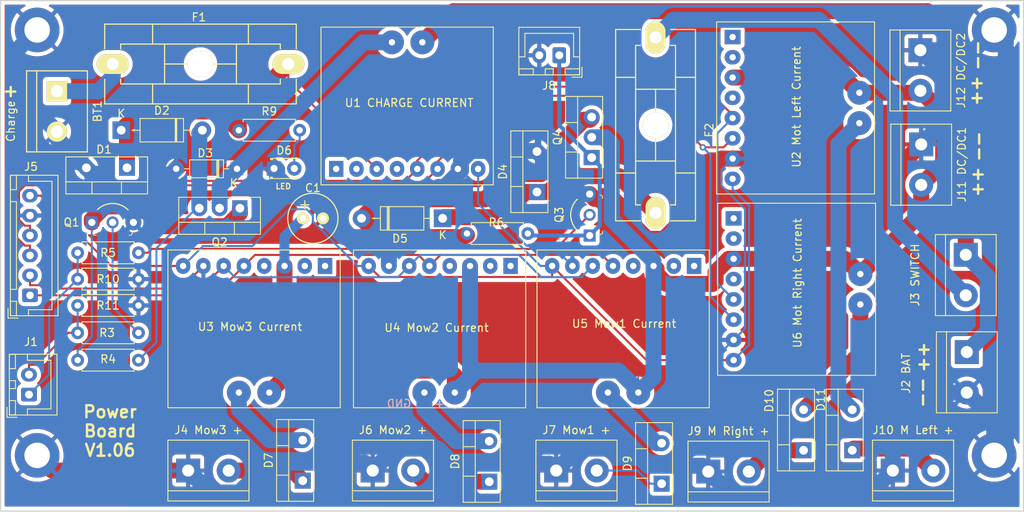
<source format=kicad_pcb>
(kicad_pcb (version 20210424) (generator pcbnew)
  (layers (0 "F.Cu" signal) (31 "B.Cu" signal) (34 "B.Paste" user) (35 "F.Paste" user) (36 "B.SilkS" user "B.Silkscreen") (37 "F.SilkS" user "F.Silkscreen") (38 "B.Mask" user) (39 "F.Mask" user) (44 "Edge.Cuts" user))
  (net 0 "")
  (net 1 "GND")
  (net 2 "Net-(BT1-Pad1)")
  (net 3 "Net-(D2-Pad2)")
  (net 4 "Net-(D3-Pad1)")
  (net 5 "Net-(D4-Pad1)")
  (net 6 "Net-(D5-Pad2)")
  (net 7 "Net-(F2-Pad1)")
  (net 8 "pinChargeEnable")
  (net 9 "pinBatterySwitch")
  (net 10 "Net-(J2-Pad1)")
  (net 11 "Net-(Q1-Pad1)")
  (net 12 "Net-(Q1-Pad2)")
  (net 13 "Net-(Q3-Pad2)")
  (net 14 "+3V3")
  (net 15 "Net-(D6-Pad2)")
  (net 16 "Net-(J8-Pad1)")
  (net 17 "Net-(D8-Pad2)")
  (net 18 "V_Bat")
  (net 19 "V_Charge")
  (net 20 "Net-(D11-Pad2)")
  (net 21 "Net-(D11-Pad1)")
  (net 22 "Net-(D7-Pad2)")
  (net 23 "SDA0")
  (net 24 "SCL0")
  (net 25 "SDA1")
  (net 26 "SCL1")
  (net 27 "Net-(D9-Pad2)")
  (net 28 "Net-(D10-Pad2)")
  (net 29 "Net-(D7-Pad1)")
  (net 30 "Net-(D8-Pad1)")
  (net 31 "Net-(D9-Pad1)")
  (net 32 "Net-(D10-Pad1)")
  (footprint "Zimprich:Anschlussklemme_2P_RM5,08" (layer "F.Cu") (at 91.769 75.107 -90)
    (fp_text reference "BT1")
    (fp_text value "Charge")
  )
  (footprint "Zimprich:Elko_vert_11.2x6.3mm_RM2.5" (layer "F.Cu") (at 122.555 88.519)
    (fp_text reference "C1")
    (fp_text value "100uF")
  )
  (footprint "Package_TO_SOT_THT:TO-220-2_Vertical" (layer "F.Cu") (at 100.539 82.187 180)
    (fp_text reference "D1")
    (fp_text value "MBR1045")
  )
  (footprint "Diode_THT:D_DO-41_SOD81_P10.16mm_Horizontal" (layer "F.Cu") (at 99.822 77.47)
    (fp_text reference "D2")
    (fp_text value "SB1240")
  )
  (footprint "Diode_THT:D_DO-35_SOD27_P7.62mm_Horizontal" (layer "F.Cu") (at 114.319 82.307 180)
    (fp_text reference "D3")
    (fp_text value "1N4148")
  )
  (footprint "Package_TO_SOT_THT:TO-220-2_Vertical" (layer "F.Cu") (at 151.892 85.217 90)
    (fp_text reference "D4")
    (fp_text value "MBR1045")
  )
  (footprint "Diode_THT:D_DO-41_SOD81_P10.16mm_Horizontal" (layer "F.Cu") (at 140.081 88.519 180)
    (fp_text reference "D5")
    (fp_text value "SB1240")
  )
  (footprint "Zimprich:Fuseholder_Reichelt_PL112000" (layer "F.Cu") (at 109.749 69.167)
    (fp_text reference "F1")
    (fp_text value "5A" hide)
  )
  (footprint "Zimprich:Fuseholder_Reichelt_PL112000" (layer "F.Cu") (at 166.751 76.835 -90)
    (fp_text reference "F2")
    (fp_text value "10A" hide)
  )
  (footprint "Connector_JST:JST_XH_B2B-XH-A_1x02_P2.50mm_Vertical" (layer "F.Cu") (at 88.265 110.617 90)
    (fp_text reference "J1")
    (fp_text value "Main_PCB2")
  )
  (footprint "digikey-footprints:TO-92-3_Formed_Leads" (layer "F.Cu") (at 96.139 89.027)
    (fp_text reference "Q1")
    (fp_text value "BC547C")
  )
  (footprint "digikey-footprints:TO-92-3_Formed_Leads" (layer "F.Cu") (at 158.496 90.678 90)
    (fp_text reference "Q3")
    (fp_text value "BC547C")
  )
  (footprint "Resistor_THT:R_Axial_DIN0207_L6.3mm_D2.5mm_P7.62mm_Horizontal" (layer "F.Cu") (at 101.981 102.87 180)
    (fp_text reference "R3")
    (fp_text value "4k7")
  )
  (footprint "Resistor_THT:R_Axial_DIN0207_L6.3mm_D2.5mm_P7.62mm_Horizontal" (layer "F.Cu") (at 101.981 106.299 180)
    (fp_text reference "R4")
    (fp_text value "4k7")
  )
  (footprint "Resistor_THT:R_Axial_DIN0207_L6.3mm_D2.5mm_P7.62mm_Horizontal" (layer "F.Cu") (at 94.361 92.837)
    (fp_text reference "R5")
    (fp_text value "4k7")
  )
  (footprint "Resistor_THT:R_Axial_DIN0207_L6.3mm_D2.5mm_P7.62mm_Horizontal" (layer "F.Cu") (at 143.129 90.424)
    (fp_text reference "R6")
    (fp_text value "4k7")
  )
  (footprint "Resistor_THT:R_Axial_DIN0207_L6.3mm_D2.5mm_P7.62mm_Horizontal" (layer "F.Cu") (at 114.554 77.47)
    (fp_text reference "R9")
    (fp_text value "4.7kO")
  )
  (footprint "LED_THT:LED_D1.8mm_W3.3mm_H2.4mm" (layer "F.Cu") (at 118.959 82.267)
    (fp_text reference "D6")
    (fp_text value "LED")
  )
  (footprint "MountingHole:MountingHole_3.2mm_M3_DIN965_Pad_TopBottom" (layer "F.Cu") (at 89.289 64.897)
    (fp_text reference "H1" hide)
    (fp_text value "MountingHole_Pad" hide)
  )
  (footprint "MountingHole:MountingHole_3.2mm_M3_DIN965_Pad_TopBottom" (layer "F.Cu") (at 209.169 64.897)
    (fp_text reference "H2" hide)
    (fp_text value "MountingHole_Pad" hide)
  )
  (footprint "MountingHole:MountingHole_3.2mm_M3_DIN965_Pad_TopBottom" (layer "F.Cu") (at 209.169 118.237)
    (fp_text reference "H3" hide)
    (fp_text value "MountingHole_Pad" hide)
  )
  (footprint "MountingHole:MountingHole_3.2mm_M3_DIN965_Pad_TopBottom" (layer "F.Cu") (at 89.289 118.237)
    (fp_text reference "H4" hide)
    (fp_text value "MountingHole_Pad" hide)
  )
  (footprint "Connector_JST:JST_XH_B2B-XH-A_1x02_P2.50mm_Vertical" (layer "F.Cu") (at 154.686 68.072 180)
    (fp_text reference "J8")
    (fp_text value "Start")
  )
  (footprint "Resistor_THT:R_Axial_DIN0207_L6.3mm_D2.5mm_P7.62mm_Horizontal" (layer "F.Cu") (at 94.361 96.139)
    (fp_text reference "R10")
    (fp_text value "2k2")
  )
  (footprint "Package_TO_SOT_THT:TO-220-3_Vertical" (layer "F.Cu") (at 158.75 80.899 90)
    (fp_text reference "Q4")
    (fp_text value "IRF9540N")
  )
  (footprint "Package_TO_SOT_THT:TO-220-3_Vertical" (layer "F.Cu") (at 114.681 87.249 180)
    (fp_text reference "Q2")
    (fp_text value "IRF9540N")
  )
  (footprint "TerminalBlock:TerminalBlock_bornier-2_P5.08mm" (layer "F.Cu") (at 205.74 105.283 -90)
    (fp_text reference "J2 BAT")
    (fp_text value "Battery")
  )
  (footprint "TerminalBlock:TerminalBlock_bornier-2_P5.08mm" (layer "F.Cu") (at 205.613 93.091 -90)
    (fp_text reference "J3 SWITCH")
    (fp_text value "Power Switch")
  )
  (footprint "Resistor_THT:R_Axial_DIN0207_L6.3mm_D2.5mm_P7.62mm_Horizontal" (layer "F.Cu") (at 94.361 99.441)
    (fp_text reference "R11")
    (fp_text value "2k2")
  )
  (footprint "Package_TO_SOT_THT:TO-220-2_Vertical" (layer "F.Cu") (at 191.389 117.602 90)
    (fp_text reference "D11")
    (fp_text value "MBR1045")
  )
  (footprint "TerminalBlock:TerminalBlock_bornier-2_P5.08mm" (layer "F.Cu") (at 108.204 120.142)
    (fp_text reference "J4 Mow3 +")
    (fp_text value "Mow3")
  )
  (footprint "Connector_JST:JST_XH_B6B-XH-A_1x06_P2.50mm_Vertical" (layer "F.Cu") (at 88.392 98.171 90)
    (fp_text reference "J5")
    (fp_text value "Main_PCB1")
  )
  (footprint "TerminalBlock:TerminalBlock_bornier-2_P5.08mm" (layer "F.Cu") (at 131.318 120.142)
    (fp_text reference "J6 Mow2 +")
    (fp_text value "Mow2")
  )
  (footprint "TerminalBlock:TerminalBlock_bornier-2_P5.08mm" (layer "F.Cu") (at 154.305 120.142)
    (fp_text reference "J7 Mow1 +")
    (fp_text value "Mow1")
  )
  (footprint "TerminalBlock:TerminalBlock_bornier-2_P5.08mm" (layer "F.Cu") (at 173.355 120.269)
    (fp_text reference "J9 M Right +")
    (fp_text value "Mot_Right")
  )
  (footprint "TerminalBlock:TerminalBlock_bornier-2_P5.08mm" (layer "F.Cu") (at 196.469 120.142)
    (fp_text reference "J10 M Left +")
    (fp_text value "Mot_Left")
  )
  (footprint "TerminalBlock:TerminalBlock_bornier-2_P5.08mm" (layer "F.Cu") (at 200.025 79.248 -90)
    (fp_text reference "J11 DC/DC1")
    (fp_text value "DC/DC1")
  )
  (footprint "TerminalBlock:TerminalBlock_bornier-2_P5.08mm" (layer "F.Cu") (at 199.923 67.437 -90)
    (fp_text reference "J12 DC/DC2")
    (fp_text value "DC/DC2")
  )
  (footprint "Current_sense:INA226" (layer "F.Cu") (at 184.023 74.676 -90)
    (fp_text reference "U2 Mot Left Current")
    (fp_text value "INA226")
  )
  (footprint "Current_sense:INA226" (layer "F.Cu") (at 116.459 102.108 180)
    (fp_text reference "U3 Mow3 Current")
    (fp_text value "INA226")
  )
  (footprint "Current_sense:INA226" (layer "F.Cu") (at 139.7 102.108 180)
    (fp_text reference "U4 Mow2 Current")
    (fp_text value "INA226")
  )
  (footprint "Current_sense:INA226" (layer "F.Cu") (at 162.687 102.108 180)
    (fp_text reference "U5 Mow1 Current")
    (fp_text value "INA226")
  )
  (footprint "Current_sense:INA226" (layer "F.Cu") (at 184.15 97.409 -90)
    (fp_text reference "U6 Mot Right Current")
    (fp_text value "INA226")
  )
  (footprint "Package_TO_SOT_THT:TO-220-2_Vertical" (layer "F.Cu") (at 122.555 121.412 90)
    (fp_text reference "D7")
    (fp_text value "MBR1045")
  )
  (footprint "Package_TO_SOT_THT:TO-220-2_Vertical" (layer "F.Cu") (at 145.923 121.539 90)
    (fp_text reference "D8")
    (fp_text value "MBR1045")
  )
  (footprint "Package_TO_SOT_THT:TO-220-2_Vertical" (layer "F.Cu") (at 167.513 121.793 90)
    (fp_text reference "D9")
    (fp_text value "MBR1045")
  )
  (footprint "Package_TO_SOT_THT:TO-220-2_Vertical" (layer "F.Cu") (at 185.293 117.602 90)
    (fp_text reference "D10")
    (fp_text value "MBR1045")
  )
  (footprint "Current_sense:INA226" (layer "F.Cu") (at 135.636 74.7014)
    (fp_text reference "U1 CHARGE CURRENT")
    (fp_text value "INA226")
  )
  (gr_line (start 212.852 125.217) (end 212.852 61.217) (layer "Edge.Cuts") (width 0.15))
  (gr_line (start 84.709 125.217) (end 212.852 125.217) (layer "Edge.Cuts") (width 0.15))
  (gr_line (start 84.709 61.217) (end 84.709 125.217) (layer "Edge.Cuts") (width 0.15))
  (gr_line (start 212.852 61.217) (end 84.709 61.217) (layer "Edge.Cuts") (width 0.15))
  (gr_text "+" (at 139.7 111.76) (layer "B.SilkS") (effects (font (size 1 1)) (justify mirror)))
  (gr_text "GND" (at 134.62 111.76) (layer "B.SilkS") (effects (font (size 1 1)) (justify mirror)))
  (gr_text "--" (at 200.152 110.363 90) (layer "F.SilkS") (effects (font (size 1.5 1.5) (thickness 0.3))))
  (gr_text "--" (at 207.264 68.072 270) (layer "F.SilkS") (effects (font (size 1.5 1.5) (thickness 0.3))))
  (gr_text "++" (at 207.137 72.517 270) (layer "F.SilkS") (effects (font (size 1.5 1.5) (thickness 0.3))))
  (gr_text "--" (at 207.391 79.502 270) (layer "F.SilkS") (effects (font (size 1.5 1.5) (thickness 0.3))))
  (gr_text "++" (at 200.279 105.918 90) (layer "F.SilkS") (effects (font (size 1.5 1.5) (thickness 0.3))))
  (gr_text "Power\nBoard\nV1.06" (at 98.425 115.189) (layer "F.SilkS") (effects (font (size 1.5 1.5) (thickness 0.3))))
  (gr_text "+" (at 85.979 72.517) (layer "F.SilkS") (effects (font (size 1.5 1.5) (thickness 0.3))))
  (gr_text "++" (at 207.264 83.947 270) (layer "F.SilkS") (effects (font (size 1.5 1.5) (thickness 0.3))))
  (segment (start 100.7767 119.6997) (end 101.219 120.142) (width 0.254) (layer "F.Cu") (net 1))
  (segment (start 171.882679 86.995383) (end 171.882679 84.168111) (width 2) (layer "F.Cu") (net 1))
  (segment (start 101.981 99.441) (end 101.981 100.6223) (width 0.254) (layer "F.Cu") (net 1))
  (segment (start 91.194 120.142) (end 89.289 118.237) (width 2) (layer "F.Cu") (net 1))
  (segment (start 167.788062 91.09) (end 171.882679 86.995383) (width 2) (layer "F.Cu") (net 1))
  (segment (start 159.098999 86.073999) (end 160.697937 86.073999) (width 2) (layer "F.Cu") (net 1))
  (segment (start 108.753001 80.252999) (end 116.944999 80.252999) (width 2) (layer "F.Cu") (net 1))
  (segment (start 171.882679 84.168111) (end 175.02479 81.026) (width 2) (layer "F.Cu") (net 1))
  (segment (start 108.204 120.142) (end 101.219 120.142) (width 2) (layer "F.Cu") (net 1))
  (segment (start 108.458 96.139) (end 101.981 96.139) (width 0.254) (layer "F.Cu") (net 1))
  (segment (start 106.699 82.307) (end 108.753001 80.252999) (width 2) (layer "F.Cu") (net 1))
  (segment (start 101.981 100.6223) (end 100.7767 101.8266) (width 0.254) (layer "F.Cu") (net 1))
  (segment (start 165.713938 91.09) (end 167.788062 91.09) (width 2) (layer "F.Cu") (net 1))
  (segment (start 160.697937 86.073999) (end 165.713938 91.09) (width 2) (layer "F.Cu") (net 1))
  (segment (start 110.109 94.488) (end 108.458 96.139) (width 0.254) (layer "F.Cu") (net 1))
  (segment (start 198.247 81.026) (end 200.025 79.248) (width 2) (layer "F.Cu") (net 1))
  (segment (start 158.503 85.478) (end 159.098999 86.073999) (width 2) (layer "F.Cu") (net 1))
  (segment (start 175.02479 81.026) (end 176.403 81.026) (width 2) (layer "F.Cu") (net 1))
  (segment (start 100.7767 101.8266) (end 100.7767 119.6997) (width 0.254) (layer "F.Cu") (net 1))
  (segment (start 116.944999 80.252999) (end 118.959 82.267) (width 2) (layer "F.Cu") (net 1))
  (segment (start 101.219 120.142) (end 91.194 120.142) (width 2) (layer "F.Cu") (net 1))
  (segment (start 158.496 85.478) (end 158.503 85.478) (width 2) (layer "F.Cu") (net 1))
  (segment (start 176.403 81.026) (end 198.247 81.026) (width 2) (layer "F.Cu") (net 1))
  (segment (start 125.206009 87.603167) (end 123.602332 85.99949) (width 2) (layer "B.Cu") (net 1))
  (segment (start 143.4195 80.8879) (end 149.5139 80.8879) (width 0.254) (layer "B.Cu") (net 1))
  (segment (start 181.5963 118.3483) (end 183.39 120.142) (width 0.254) (layer "B.Cu") (net 1))
  (segment (start 151.892 80.137) (end 150.2648 80.137) (width 0.254) (layer "B.Cu") (net 1))
  (segment (start 149.5139 80.8879) (end 149.5139 90.8747) (width 0.254) (layer "B.Cu") (net 1))
  (segment (start 193.587999 123.023001) (end 176.109001 123.023001) (width 2) (layer "B.Cu") (net 1))
  (segment (start 100.7651 89.027) (end 100.7651 93.7418) (width 0.254) (layer "B.Cu") (net 1))
  (segment (start 100.7651 93.7418) (end 101.981 94.9577) (width 0.254) (layer "B.Cu") (net 1))
  (segment (start 175.1409 118.3483) (end 181.5963 118.3483) (width 0.254) (layer "B.Cu") (net 1))
  (segment (start 125.095 88.519) (end 120.1243 83.5483) (width 0.254) (layer "B.Cu") (net 1))
  (segment (start 119.344999 82.387999) (end 119.224 82.267) (width 2) (layer "B.Cu") (net 1))
  (segment (start 86.489001 72.367001) (end 91.769 77.647) (width 2) (layer "B.Cu") (net 1))
  (segment (start 165.830742 119.538999) (end 163.679742 117.387999) (width 2) (layer "B.Cu") (net 1))
  (segment (start 91.769 77.647) (end 91.769 78.497) (width 2) (layer "B.Cu") (net 1))
  (segment (start 90.8563 88.171) (end 95.459 83.5683) (width 0.254) (layer "B.Cu") (net 1))
  (segment (start 141.986 82.3214) (end 143.4195 80.8879) (width 0.254) (layer "B.Cu") (net 1))
  (segment (start 143.63378 80.06739) (end 151.82239 80.06739) (width 2) (layer "B.Cu") (net 1))
  (segment (start 173.355 120.269) (end 173.355 118.3877) (width 0.254) (layer "B.Cu") (net 1))
  (segment (start 209.169 118.237) (end 209.169 113.792) (width 2) (layer "B.Cu") (net 1))
  (segment (start 151.892 80.137) (end 153.2733 80.137) (width 0.254) (layer "B.Cu") (net 1))
  (segment (start 110.958001 122.896001) (end 108.204 120.142) (width 2) (layer "B.Cu") (net 1))
  (segment (start 141.408029 119.284999) (end 153.447999 119.284999) (width 2) (layer "B.Cu") (net 1))
  (segment (start 152.186 68.072) (end 152.186 79.843) (width 0.5) (layer "B.Cu") (net 1))
  (segment (start 176.109001 123.023001) (end 173.355 120.269) (width 2) (layer "B.Cu") (net 1))
  (segment (start 175.1409 118.3483) (end 175.1409 105.1481) (width 0.254) (layer "B.Cu") (net 1))
  (segment (start 210.621011 66.349011) (end 210.621011 116.784989) (width 2) (layer "B.Cu") (net 1))
  (segment (start 177.9535 87.356698) (end 175.02199 84.425188) (width 0.254) (layer "B.Cu") (net 1))
  (segment (start 134.072001 117.387999) (end 139.511029 117.387999) (width 2) (layer "B.Cu") (net 1))
  (segment (start 101.339 87.667) (end 106.699 82.307) (width 2) (layer "B.Cu") (net 1))
  (segment (start 153.2733 80.137) (end 153.2733 80.2553) (width 0.254) (layer "B.Cu") (net 1))
  (segment (start 119.224 82.267) (end 118.959 82.267) (width 2) (layer "B.Cu") (net 1))
  (segment (start 175.02199 82.40701) (end 176.403 81.026) (width 0.254) (layer "B.Cu") (net 1))
  (segment (start 100.7651 89.027) (end 101.339 89.027) (width 0.254) (layer "B.Cu") (net 1))
  (segment (start 209.169 113.792) (end 205.74 110.363) (width 2) (layer "B.Cu") (net 1))
  (segment (start 133.35 90.9574) (end 133.35 94.488) (width 0.254) (layer "B.Cu") (net 1))
  (segment (start 101.339 89.027) (end 101.339 87.667) (width 2) (layer "B.Cu") (net 1))
  (segment (start 149.5139 90.8747) (end 150.6059 91.9667) (width 0.254) (layer "B.Cu") (net 1))
  (segment (start 196.469 114.173) (end 196.469 120.142) (width 2) (layer "B.Cu") (net 1))
  (segment (start 175.02199 84.425188) (end 175.02199 82.40701) (width 0.254) (layer "B.Cu") (net 1))
  (segment (start 200.279 110.363) (end 196.469 114.173) (width 2) (layer "B.Cu") (net 1))
  (segment (start 133.269797 90.873001) (end 127.740443 90.873001) (width 2) (layer "B.Cu") (net 1))
  (segment (start 173.355 120.269) (end 172.624999 119.538999) (width 2) (layer "B.Cu") (net 1))
  (segment (start 119.344999 83.300921) (end 119.344999 82.387999) (width 2) (layer "B.Cu") (net 1))
  (segment (start 123.602332 85.99949) (end 122.043568 85.99949) (width 2) (layer "B.Cu") (net 1))
  (segment (start 152.186 79.843) (end 151.892 80.137) (width 0.5) (layer "B.Cu") (net 1))
  (segment (start 175.1409 105.1481) (end 176.53 103.759) (width 0.254) (layer "B.Cu") (net 1))
  (segment (start 127.740443 90.873001) (end 125.206009 88.338567) (width 2) (layer "B.Cu") (net 1))
  (segment (start 199.923 67.437) (end 206.629 67.437) (width 2) (layer "B.Cu") (net 1))
  (segment (start 153.2733 80.2553) (end 158.496 85.478) (width 0.254) (layer "B.Cu") (net 1))
  (segment (start 86.489001 67.696999) (end 86.489001 72.367001) (width 2) (layer "B.Cu") (net 1))
  (segment (start 205.74 110.363) (end 200.279 110.363) (width 2) (layer "B.Cu") (net 1))
  (segment (start 202.677001 76.595999) (end 200.025 79.248) (width 2) (layer "B.Cu") (net 1))
  (segment (start 101.981 96.139) (end 101.981 99.441) (width 0.254) (layer "B.Cu") (net 1))
  (segment (start 133.35 90.792798) (end 133.269797 90.873001) (width 2) (layer "B.Cu") (net 1))
  (segment (start 100.7651 88.8744) (end 100.7651 89.027) (width 0.254) (layer "B.Cu") (net 1))
  (segment (start 172.624999 119.538999) (end 165.830742 119.538999) (width 2) (layer "B.Cu") (net 1))
  (segment (start 175.1015 118.3877) (end 175.1409 118.3483) (width 0.254) (layer "B.Cu") (net 1))
  (segment (start 151.892 80.137) (end 157.233 85.478) (width 2) (layer "B.Cu") (net 1))
  (segment (start 139.511029 117.387999) (end 141.408029 119.284999) (width 2) (layer "B.Cu") (net 1))
  (segment (start 122.043568 85.99949) (end 119.344999 83.300921) (width 2) (layer "B.Cu") (net 1))
  (segment (start 120.1243 83.5483) (end 118.959 83.5483) (width 0.254) (layer "B.Cu") (net 1))
  (segment (start 151.82239 80.06739) (end 151.892 80.137) (width 2) (layer "B.Cu") (net 1))
  (segment (start 202.677001 70.191001) (end 202.677001 76.595999) (width 2) (layer "B.Cu") (net 1))
  (segment (start 163.679742 117.387999) (end 157.059001 117.387999) (width 2) (layer "B.Cu") (net 1))
  (segment (start 157.059001 117.387999) (end 154.305 120.142) (width 2) (layer "B.Cu") (net 1))
  (segment (start 118.343923 119.157999) (end 114.605921 122.896001) (width 2) (layer "B.Cu") (net 1))
  (segment (start 95.459 82.187) (end 95.459 83.5683) (width 0.254) (layer "B.Cu") (net 1))
  (segment (start 157.233 85.478) (end 158.25889 85.478) (width 2) (layer "B.Cu") (net 1))
  (segment (start 140.33822 84.57541) (end 142.37199 82.54164) (width 2) (layer "B.Cu") (net 1))
  (segment (start 176.53 103.759) (end 177.9535 102.3355) (width 0.254) (layer "B.Cu") (net 1))
  (segment (start 125.206009 88.338567) (end 125.206009 87.603167) (width 2) (layer "B.Cu") (net 1))
  (segment (start 91.769 78.497) (end 95.459 82.187) (width 2) (layer "B.Cu") (net 1))
  (segment (start 118.959 82.267) (end 118.959 83.5483) (width 0.254) (layer "B.Cu") (net 1))
  (segment (start 133.35 90.792798) (end 139.567388 84.57541) (width 2) (layer "B.Cu") (net 1))
  (segment (start 131.318 120.142) (end 130.333999 119.157999) (width 2) (layer "B.Cu") (net 1))
  (segment (start 177.9535 102.3355) (end 177.9535 87.356698) (width 0.254) (layer "B.Cu") (net 1))
  (segment (start 153.8157 91.9667) (end 156.337 94.488) (width 0.254) (layer "B.Cu") (net 1))
  (segment (start 131.318 120.142) (end 134.072001 117.387999) (width 2) (layer "B.Cu") (net 1))
  (segment (start 150.2648 80.137) (end 149.5139 80.8879) (width 0.254) (layer "B.Cu") (net 1))
  (segment (start 101.339 88.067) (end 101.339 89.027) (width 2) (layer "B.Cu") (net 1))
  (segment (start 101.981 96.139) (end 101.981 94.9577) (width 0.254) (layer "B.Cu") (net 1))
  (segment (start 210.621011 116.784989) (end 209.169 118.237) (width 2) (layer "B.Cu") (net 1))
  (segment (start 133.35 94.488) (end 133.35 90.792798) (width 2) (layer "B.Cu") (net 1))
  (segment (start 142.37199 81.32918) (end 143.63378 80.06739) (width 2) (layer "B.Cu") (net 1))
  (segment (start 209.169 64.897) (end 210.621011 66.349011) (width 2) (layer "B.Cu") (net 1))
  (segment (start 199.923 67.437) (end 202.677001 70.191001) (width 2) (layer "B.Cu") (net 1))
  (segment (start 196.469 120.142) (end 193.587999 123.023001) (width 2) (layer "B.Cu") (net 1))
  (segment (start 114.605921 122.896001) (end 110.958001 122.896001) (width 2) (layer "B.Cu") (net 1))
  (segment (start 130.333999 119.157999) (end 118.343923 119.157999) (width 2) (layer "B.Cu") (net 1))
  (segment (start 88.392 88.171) (end 90.8563 88.171) (width 0.254) (layer "B.Cu") (net 1))
  (segment (start 173.355 118.3877) (end 175.1015 118.3877) (width 0.254) (layer "B.Cu") (net 1))
  (segment (start 142.37199 82.54164) (end 142.37199 81.32918) (width 2) (layer "B.Cu") (net 1))
  (segment (start 95.459 83.5683) (end 100.7651 88.8744) (width 0.254) (layer "B.Cu") (net 1))
  (segment (start 150.6059 91.9667) (end 153.8157 91.9667) (width 0.254) (layer "B.Cu") (net 1))
  (segment (start 133.35 90.9574) (end 127.5334 90.9574) (width 0.254) (layer "B.Cu") (net 1))
  (segment (start 139.567388 84.57541) (end 140.33822 84.57541) (width 2) (layer "B.Cu") (net 1))
  (segment (start 89.289 64.897) (end 86.489001 67.696999) (width 2) (layer "B.Cu") (net 1))
  (segment (start 153.447999 119.284999) (end 154.305 120.142) (width 2) (layer "B.Cu") (net 1))
  (segment (start 95.459 82.187) (end 101.339 88.067) (width 2) (layer "B.Cu") (net 1))
  (segment (start 206.629 67.437) (end 209.169 64.897) (width 2) (layer "B.Cu") (net 1))
  (segment (start 127.5334 90.9574) (end 125.095 88.519) (width 0.254) (layer "B.Cu") (net 1))
  (segment (start 141.986 82.3214) (end 133.35 90.9574) (width 0.254) (layer "B.Cu") (net 1))
  (segment (start 183.39 120.142) (end 196.469 120.142) (width 0.254) (layer "B.Cu") (net 1))
  (segment (start 96.9793 72.567) (end 96.9793 72.5657) (width 2) (layer "B.Cu") (net 2))
  (segment (start 98.74826 70.79674) (end 98.74826 69.167) (width 2) (layer "B.Cu") (net 2))
  (segment (start 96.9793 72.5657) (end 98.74826 70.79674) (width 2) (layer "B.Cu") (net 2))
  (segment (start 91.769 72.567) (end 96.9793 72.567) (width 2) (layer "B.Cu") (net 2))
  (segment (start 98.7483 69.167) (end 98.7483 70.798) (width 0.254) (layer "B.Cu") (net 2))
  (segment (start 96.9793 72.567) (end 98.7483 70.798) (width 0.254) (layer "B.Cu") (net 2))
  (segment (start 109.982 77.47) (end 109.601 77.851) (width 2) (layer "B.Cu") (net 3))
  (segment (start 104.2286 92.2601) (end 104.2286 104.0514) (width 0.254) (layer "B.Cu") (net 3))
  (segment (start 109.601 86.8877) (end 104.2286 92.2601) (width 0.254) (layer "B.Cu") (net 3))
  (segment (start 109.982 85.4867) (end 109.601 85.8677) (width 0.254) (layer "B.Cu") (net 3))
  (segment (start 104.2286 104.0514) (end 101.981 106.299) (width 0.254) (layer "B.Cu") (net 3))
  (segment (start 109.982 77.47) (end 109.982 85.4867) (width 0.254) (layer "B.Cu") (net 3))
  (segment (start 109.601 87.249) (end 109.601 86.8877) (width 0.254) (layer "B.Cu") (net 3))
  (segment (start 109.601 86.5583) (end 109.601 86.8877) (width 0.254) (layer "B.Cu") (net 3))
  (segment (start 109.601 77.851) (end 109.601 87.249) (width 2) (layer "B.Cu") (net 3))
  (segment (start 109.601 86.5583) (end 109.601 85.8677) (width 0.254) (layer "B.Cu") (net 3))
  (segment (start 114.319 82.285078) (end 130.157678 66.4464) (width 2) (layer "B.Cu") (net 4))
  (segment (start 130.157678 66.4464) (end 133.731 66.4464) (width 2) (layer "B.Cu") (net 4))
  (segment (start 112.141 84.485) (end 112.141 87.249) (width 2) (layer "B.Cu") (net 4))
  (segment (start 114.319 82.307) (end 114.319 82.285078) (width 2) (layer "B.Cu") (net 4))
  (segment (start 114.319 82.307) (end 112.141 84.485) (width 2) (layer "B.Cu") (net 4))
  (segment (start 140.081 88.519) (end 140.230001 88.369999) (width 2) (layer "F.Cu") (net 5))
  (segment (start 162.13925 83.22399) (end 162.389259 83.473999) (width 2) (layer "F.Cu") (net 5))
  (segment (start 150.495 85.217) (end 151.892 85.217) (width 2) (layer "F.Cu") (net 5))
  (segment (start 157.562359 83.22399) (end 162.13925 83.22399) (width 2) (layer "F.Cu") (net 5))
  (segment (start 155.078573 83.473999) (end 153.335572 85.217) (width 2) (layer "F.Cu") (net 5))
  (segment (start 155.078573 83.473999) (end 157.31235 83.473999) (width 2) (layer "F.Cu") (net 5))
  (segment (start 153.335572 85.217) (end 151.892 85.217) (width 2) (layer "F.Cu") (net 5))
  (segment (start 166.751 87.83574) (end 162.389259 83.473999) (width 2) (layer "F.Cu") (net 5))
  (segment (start 147.342001 88.369999) (end 150.495 85.217) (width 2) (layer "F.Cu") (net 5))
  (segment (start 157.31235 83.473999) (end 157.562359 83.22399) (width 2) (layer "F.Cu") (net 5))
  (segment (start 140.230001 88.369999) (end 147.342001 88.369999) (width 2) (layer "F.Cu") (net 5))
  (segment (start 148.55801 82.96299) (end 145.405011 86.115989) (width 2) (layer "F.Cu") (net 6))
  (segment (start 158.75 75.946) (end 158.54351 76.15249) (width 2) (layer "F.Cu") (net 6))
  (segment (start 152.401932 82.96299) (end 148.55801 82.96299) (width 2) (layer "F.Cu") (net 6))
  (segment (start 142.679999 90.873001) (end 142.928991 90.624009) (width 2) (layer "F.Cu") (net 6))
  (segment (start 142.928991 90.624009) (end 143.129 90.624009) (width 2) (layer "F.Cu") (net 6))
  (segment (start 158.54351 76.15249) (end 157.788534 76.15249) (width 2) (layer "F.Cu") (net 6))
  (segment (start 157.788534 76.15249) (end 154.146001 79.795023) (width 2) (layer "F.Cu") (net 6))
  (segment (start 154.146001 79.795023) (end 154.146001 81.218921) (width 2) (layer "F.Cu") (net 6))
  (segment (start 145.405011 86.115989) (end 132.324011 86.115989) (width 2) (layer "F.Cu") (net 6))
  (segment (start 158.75 75.819) (end 158.75 75.946) (width 2) (layer "F.Cu") (net 6))
  (segment (start 129.921 88.519) (end 132.275001 90.873001) (width 2) (layer "F.Cu") (net 6))
  (segment (start 132.275001 90.873001) (end 142.679999 90.873001) (width 2) (layer "F.Cu") (net 6))
  (segment (start 132.324011 86.115989) (end 129.921 88.519) (width 2) (layer "F.Cu") (net 6))
  (segment (start 154.146001 81.218921) (end 152.401932 82.96299) (width 2) (layer "F.Cu") (net 6))
  (segment (start 129.921 88.519) (end 131.4023 88.519) (width 0.254) (layer "F.Cu") (net 6))
  (segment (start 166.751 65.83426) (end 168.953261 63.631999) (width 2) (layer "B.Cu") (net 7))
  (segment (start 196.76259 73.179668) (end 196.76259 89.32059) (width 2) (layer "B.Cu") (net 7))
  (segment (start 196.76259 89.32059) (end 205.613 98.171) (width 2) (layer "B.Cu") (net 7))
  (segment (start 168.953261 63.631999) (end 187.214921 63.631999) (width 2) (layer "B.Cu") (net 7))
  (segment (start 187.214921 63.631999) (end 196.76259 73.179668) (width 2) (layer "B.Cu") (net 7))
  (segment (start 88.265 108.117) (end 88.265 106.8857) (width 0.254) (layer "F.Cu") (net 8))
  (segment (start 94.361 102.87) (end 93.1797 102.87) (width 0.254) (layer "F.Cu") (net 8))
  (segment (start 89.164 106.8857) (end 88.265 106.8857) (width 0.254) (layer "F.Cu") (net 8))
  (segment (start 93.1797 102.87) (end 89.164 106.8857) (width 0.254) (layer "F.Cu") (net 8))
  (segment (start 94.361 102.87) (end 94.361 99.441) (width 0.254) (layer "B.Cu") (net 8))
  (segment (start 94.361 96.139) (end 94.361 92.837) (width 0.254) (layer "B.Cu") (net 9))
  (segment (start 90.793 108.089) (end 88.265 110.617) (width 0.254) (layer "B.Cu") (net 9))
  (segment (start 94.361 96.139) (end 90.793 99.707) (width 0.254) (layer "B.Cu") (net 9))
  (segment (start 90.793 99.707) (end 90.793 108.089) (width 0.254) (layer "B.Cu") (net 9))
  (segment (start 141.44139 62.54601) (end 137.541 66.4464) (width 2) (layer "F.Cu") (net 10))
  (segment (start 200.818088 62.54601) (end 141.44139 62.54601) (width 2) (layer "F.Cu") (net 10))
  (segment (start 205.613 67.340922) (end 200.818088 62.54601) (width 2) (layer "F.Cu") (net 10))
  (segment (start 205.613 93.091) (end 205.613 67.340922) (width 2) (layer "F.Cu") (net 10))
  (segment (start 208.367001 102.655999) (end 205.74 105.283) (width 2) (layer "B.Cu") (net 10))
  (segment (start 208.367001 95.845001) (end 208.367001 102.655999) (width 2) (layer "B.Cu") (net 10))
  (segment (start 205.613 93.091) (end 208.367001 95.845001) (width 2) (layer "B.Cu") (net 10))
  (segment (start 102.300921 87.022999) (end 97.777079 87.022999) (width 2) (layer "F.Cu") (net 11))
  (segment (start 114.681 87.876976) (end 113.054966 89.50301) (width 2) (layer "F.Cu") (net 11))
  (segment (start 104.780932 89.50301) (end 102.300921 87.022999) (width 2) (layer "F.Cu") (net 11))
  (segment (start 114.681 87.249) (end 114.681 87.876976) (width 2) (layer "F.Cu") (net 11))
  (segment (start 96.139 88.661078) (end 96.139 89.027) (width 2) (layer "F.Cu") (net 11))
  (segment (start 113.054966 89.50301) (end 104.780932 89.50301) (width 2) (layer "F.Cu") (net 11))
  (segment (start 97.777079 87.022999) (end 96.139 88.661078) (width 2) (layer "F.Cu") (net 11))
  (segment (start 96.139 103.3397) (end 94.361 105.1177) (width 0.254) (layer "B.Cu") (net 11))
  (segment (start 94.361 106.299) (end 94.361 105.1177) (width 0.254) (layer "B.Cu") (net 11))
  (segment (start 96.139 89.027) (end 96.139 103.3397) (width 0.254) (layer "B.Cu") (net 11))
  (segment (start 98.739 99.628) (end 101.981 102.87) (width 0.254) (layer "B.Cu") (net 12))
  (segment (start 98.739 89.027) (end 98.739 99.628) (width 0.254) (layer "B.Cu") (net 12))
  (segment (start 158.496 88.078) (end 154.2264 92.3476) (width 0.254) (layer "F.Cu") (net 13))
  (segment (start 103.6517 92.3476) (end 103.1623 92.837) (width 0.254) (layer "F.Cu") (net 13))
  (segment (start 101.981 92.837) (end 103.1623 92.837) (width 0.254) (layer "F.Cu") (net 13))
  (segment (start 154.2264 92.3476) (end 103.6517 92.3476) (width 0.254) (layer "F.Cu") (net 13))
  (segment (start 88.392 85.671) (end 89.7483 85.671) (width 0.254) (layer "F.Cu") (net 14))
  (segment (start 153.797 95.8693) (end 132.1913 95.8693) (width 0.254) (layer "F.Cu") (net 14))
  (segment (start 153.797 94.488) (end 165.608 106.299) (width 0.254) (layer "F.Cu") (net 14))
  (segment (start 107.569 94.488) (end 98.5653 94.488) (width 0.254) (layer "F.Cu") (net 14))
  (segment (start 132.1913 95.8693) (end 130.81 94.488) (width 0.254) (layer "F.Cu") (net 14))
  (segment (start 98.5653 94.488) (end 89.7483 85.671) (width 0.254) (layer "F.Cu") (net 14))
  (segment (start 165.608 106.299) (end 176.53 106.299) (width 0.254) (layer "F.Cu") (net 14))
  (segment (start 153.797 94.488) (end 153.797 95.8693) (width 0.254) (layer "F.Cu") (net 14))
  (segment (start 176.403 83.566) (end 176.403 84.8473) (width 0.254) (layer "B.Cu") (net 14))
  (segment (start 144.526 86.678) (end 152.336 94.488) (width 0.254) (layer "B.Cu") (net 14))
  (segment (start 178.4618 86.9061) (end 176.403 84.8473) (width 0.254) (layer "B.Cu") (net 14))
  (segment (start 152.336 94.488) (end 152.5157 94.488) (width 0.254) (layer "B.Cu") (net 14))
  (segment (start 178.4618 104.3672) (end 178.4618 86.9061) (width 0.254) (layer "B.Cu") (net 14))
  (segment (start 153.797 94.488) (end 152.5157 94.488) (width 0.254) (layer "B.Cu") (net 14))
  (segment (start 110.0653 91.9917) (end 107.569 94.488) (width 0.254) (layer "B.Cu") (net 14))
  (segment (start 123.825 88.9106) (end 123.825 88.1752) (width 0.254) (layer "B.Cu") (net 14))
  (segment (start 123.825 88.1752) (end 123.0303 87.3805) (width 0.254) (layer "B.Cu") (net 14))
  (segment (start 123.0303 87.3805) (end 120.8702 87.3805) (width 0.254) (layer "B.Cu") (net 14))
  (segment (start 129.4024 94.488) (end 123.825 88.9106) (width 0.254) (layer "B.Cu") (net 14))
  (segment (start 130.81 94.488) (end 129.4024 94.488) (width 0.254) (layer "B.Cu") (net 14))
  (segment (start 176.53 106.299) (end 178.4618 104.3672) (width 0.254) (layer "B.Cu") (net 14))
  (segment (start 144.526 82.3214) (end 144.526 86.678) (width 0.254) (layer "B.Cu") (net 14))
  (segment (start 120.8702 87.3805) (end 116.259 91.9917) (width 0.254) (layer "B.Cu") (net 14))
  (segment (start 116.259 91.9917) (end 110.0653 91.9917) (width 0.254) (layer "B.Cu") (net 14))
  (segment (start 121.499 82.267) (end 121.499 79.3263) (width 0.254) (layer "B.Cu") (net 15))
  (segment (start 121.499 79.3263) (end 122.174 78.6513) (width 0.254) (layer "B.Cu") (net 15))
  (segment (start 122.174 77.47) (end 122.174 78.6513) (width 0.254) (layer "B.Cu") (net 15))
  (segment (start 158.496 90.678) (end 151.003 90.678) (width 0.5) (layer "B.Cu") (net 16))
  (segment (start 154.686 68.072) (end 154.686 76.835) (width 0.5) (layer "B.Cu") (net 16))
  (segment (start 158.496 90.678) (end 159.7629 89.4111) (width 0.5) (layer "B.Cu") (net 16))
  (segment (start 159.7629 81.9119) (end 158.75 80.899) (width 0.5) (layer "B.Cu") (net 16))
  (segment (start 159.7629 89.4111) (end 159.7629 81.9119) (width 0.5) (layer "B.Cu") (net 16))
  (segment (start 154.686 76.835) (end 158.75 80.899) (width 0.5) (layer "B.Cu") (net 16))
  (segment (start 151.003 90.678) (end 150.749 90.424) (width 0.5) (layer "B.Cu") (net 16))
  (segment (start 137.795 110.363) (end 137.795 112.48432) (width 2) (layer "B.Cu") (net 17))
  (segment (start 137.795 112.48432) (end 141.76968 116.459) (width 2) (layer "B.Cu") (net 17))
  (segment (start 141.76968 116.459) (end 145.923 116.459) (width 2) (layer "B.Cu") (net 17))
  (segment (start 174.27599 95.24678) (end 175.92377 93.599) (width 2) (layer "F.Cu") (net 18))
  (segment (start 200.025 84.328) (end 200.025 87.884) (width 2) (layer "F.Cu") (net 18))
  (segment (start 192.278 72.771) (end 190.373 70.866) (width 2) (layer "F.Cu") (net 18))
  (segment (start 192.278 72.771) (end 199.669 72.771) (width 2) (layer "F.Cu") (net 18))
  (segment (start 118.364 110.363) (end 120.269 108.458) (width 2) (layer "F.Cu") (net 18))
  (segment (start 166.88299 95.48022) (end 168.144771 96.742001) (width 2) (layer "F.Cu") (net 18))
  (segment (start 199.669 72.771) (end 199.923 72.517) (width 2) (layer "F.Cu") (net 18))
  (segment (start 176.53 93.599) (end 190.5 93.599) (width 2) (layer "F.Cu") (net 18))
  (segment (start 200.025 87.884) (end 192.405 95.504) (width 2) (layer "F.Cu") (net 18))
  (segment (start 202.779001 81.573999) (end 200.025 84.328) (width 2) (layer "F.Cu") (net 18))
  (segment (start 166.497 94.488) (end 166.88299 94.87399) (width 2) (layer "F.Cu") (net 18))
  (segment (start 173.894999 96.742001) (end 174.27599 96.36101) (width 2) (layer "F.Cu") (net 18))
  (segment (start 121.118001 107.608999) (end 140.972319 107.608999) (width 2) (layer "F.Cu") (net 18))
  (segment (start 175.92377 93.599) (end 176.53 93.599) (width 2) (layer "F.Cu") (net 18))
  (segment (start 174.27599 96.36101) (end 174.27599 95.24678) (width 2) (layer "F.Cu") (net 18))
  (segment (start 166.88299 94.87399) (end 166.88299 95.48022) (width 2) (layer "F.Cu") (net 18))
  (segment (start 118.364 110.363) (end 121.118001 107.608999) (width 2) (layer "F.Cu") (net 18))
  (segment (start 120.269 108.458) (end 120.269 94.488) (width 2) (layer "F.Cu") (net 18))
  (segment (start 202.779001 75.373001) (end 202.779001 81.573999) (width 2) (layer "F.Cu") (net 18))
  (segment (start 199.923 72.517) (end 202.779001 75.373001) (width 2) (layer "F.Cu") (net 18))
  (segment (start 141.605 108.24168) (end 141.605 110.363) (width 2) (layer "F.Cu") (net 18))
  (segment (start 168.144771 96.742001) (end 173.894999 96.742001) (width 2) (layer "F.Cu") (net 18))
  (segment (start 140.972319 107.608999) (end 141.605 108.24168) (width 2) (layer "F.Cu") (net 18))
  (segment (start 190.5 93.599) (end 192.405 95.504) (width 2) (layer "F.Cu") (net 18))
  (segment (start 190.373 70.866) (end 176.403 70.866) (width 2) (layer "F.Cu") (net 18))
  (segment (start 164.592 110.097078) (end 164.592 110.363) (width 2) (layer "B.Cu") (net 18))
  (segment (start 122.555 88.519) (end 120.269 90.805) (width 1.25) (layer "B.Cu") (net 18))
  (segment (start 143.51 108.458) (end 143.51 94.488) (width 2) (layer "B.Cu") (net 18))
  (segment (start 141.605 110.363) (end 143.51 108.458) (width 2) (layer "B.Cu") (net 18))
  (segment (start 166.497 108.458) (end 166.497 94.488) (width 2) (layer "B.Cu") (net 18))
  (segment (start 141.605 110.363) (end 144.359001 107.608999) (width 2) (layer "B.Cu") (net 18))
  (segment (start 162.103921 107.608999) (end 164.592 110.097078) (width 2) (layer "B.Cu") (net 18))
  (segment (start 144.359001 107.608999) (end 162.103921 107.608999) (width 2) (layer "B.Cu") (net 18))
  (segment (start 161.26691 79.206208) (end 160.419702 78.359) (width 2) (layer "B.Cu") (net 18))
  (segment (start 164.592 110.363) (end 164.592 108.4817) (width 0.254) (layer "B.Cu") (net 18))
  (segment (start 166.497 94.488) (end 166.497 93.88177) (width 2) (layer "B.Cu") (net 18))
  (segment (start 164.592 110.363) (end 166.497 108.458) (width 2) (layer "B.Cu") (net 18))
  (segment (start 161.26691 88.65168) (end 161.26691 79.206208) (width 2) (layer "B.Cu") (net 18))
  (segment (start 166.497 93.88177) (end 161.26691 88.65168) (width 2) (layer "B.Cu") (net 18))
  (segment (start 120.269 90.805) (end 120.269 94.488) (width 1.25) (layer "B.Cu") (net 18))
  (segment (start 160.419702 78.359) (end 158.75 78.359) (width 2) (layer "B.Cu") (net 18))
  (segment (start 99.822 77.47) (end 102.176001 75.115999) (width 2) (layer "F.Cu") (net 19))
  (segment (start 100.539 78.187) (end 99.822 77.47) (width 2) (layer "F.Cu") (net 19))
  (segment (start 120.74974 69.167) (end 120.74974 71.24514) (width 0.254) (layer "F.Cu") (net 19))
  (segment (start 112.199999 75.115999) (end 114.554 77.47) (width 2) (layer "F.Cu") (net 19))
  (segment (start 120.74974 71.24514) (end 131.826 82.3214) (width 0.254) (layer "F.Cu") (net 19))
  (segment (start 114.554 77.47) (end 114.554 76.9937) (width 0.254) (layer "F.Cu") (net 19))
  (segment (start 102.176001 75.115999) (end 112.199999 75.115999) (width 2) (layer "F.Cu") (net 19))
  (segment (start 100.539 82.187) (end 100.539 78.187) (width 2) (layer "F.Cu") (net 19))
  (segment (start 114.554 77.47) (end 114.554 75.36274) (width 2) (layer "F.Cu") (net 19))
  (segment (start 114.554 75.36274) (end 120.74974 69.167) (width 2) (layer "F.Cu") (net 19))
  (segment (start 192.278 76.581) (end 189.650999 79.208001) (width 2) (layer "B.Cu") (net 20))
  (segment (start 189.650999 110.783999) (end 191.389 112.522) (width 2) (layer "B.Cu") (net 20))
  (segment (start 189.650999 79.208001) (end 189.650999 110.783999) (width 2) (layer "B.Cu") (net 20))
  (segment (start 191.603001 117.387999) (end 191.389 117.602) (width 2) (layer "F.Cu") (net 21))
  (segment (start 198.794999 117.387999) (end 191.603001 117.387999) (width 2) (layer "F.Cu") (net 21))
  (segment (start 201.549 120.142) (end 198.794999 117.387999) (width 2) (layer "F.Cu") (net 21))
  (segment (start 114.554 112.48432) (end 118.40168 116.332) (width 2) (layer "B.Cu") (net 22))
  (segment (start 114.554 110.363) (end 114.554 112.48432) (width 2) (layer "B.Cu") (net 22))
  (segment (start 118.40168 116.332) (end 122.555 116.332) (width 2) (layer "B.Cu") (net 22))
  (segment (start 137.3868 84.3806) (end 87.765 84.3806) (width 0.254) (layer "F.Cu") (net 23))
  (segment (start 175.2744 79.6146) (end 176.403 78.486) (width 0.254) (layer "F.Cu") (net 23))
  (segment (start 139.446 81.407) (end 147.701 73.152) (width 0.254) (layer "F.Cu") (net 23))
  (segment (start 87.022 88.7049) (end 87.7568 89.4397) (width 0.254) (layer "F.Cu") (net 23))
  (segment (start 88.392 90.671) (end 88.392 89.4397) (width 0.254) (layer "F.Cu") (net 23))
  (segment (start 147.701 73.152) (end 166.214 73.152) (width 0.254) (layer "F.Cu") (net 23))
  (segment (start 166.214 73.152) (end 172.6766 79.6146) (width 0.254) (layer "F.Cu") (net 23))
  (segment (start 172.642 79.58) (end 172.6766 79.6146) (width 0.254) (layer "F.Cu") (net 23))
  (segment (start 139.446 82.3214) (end 139.446 81.407) (width 0.254) (layer "F.Cu") (net 23))
  (segment (start 139.446 82.3214) (end 137.3868 84.3806) (width 0.254) (layer "F.Cu") (net 23))
  (segment (start 87.765 84.3806) (end 87.022 85.1236) (width 0.254) (layer "F.Cu") (net 23))
  (segment (start 87.022 85.1236) (end 87.022 88.7049) (width 0.254) (layer "F.Cu") (net 23))
  (segment (start 87.7568 89.4397) (end 88.392 89.4397) (width 0.254) (layer "F.Cu") (net 23))
  (segment (start 172.6766 79.6146) (end 175.2744 79.6146) (width 0.254) (layer "F.Cu") (net 23))
  (via (at 172.6766 79.6146) (size 0.8) (drill 0.4) (layers "F.Cu" "B.Cu") (net 23))
  (segment (start 173.6203 98.3093) (end 173.6203 80.5583) (width 0.254) (layer "B.Cu") (net 23))
  (segment (start 173.6203 98.3093) (end 176.53 101.219) (width 0.254) (layer "B.Cu") (net 23))
  (segment (start 173.6203 80.5583) (end 172.6766 79.6146) (width 0.254) (layer "B.Cu") (net 23))
  (segment (start 172.847 72.009) (end 176.403 75.565) (width 0.254) (layer "F.Cu") (net 24))
  (segment (start 87.7568 91.9397) (end 88.392 91.9397) (width 0.254) (layer "F.Cu") (net 24))
  (segment (start 135.4155 83.8119) (end 87.6147 83.8119) (width 0.254) (layer "F.Cu") (net 24))
  (segment (start 87.6147 83.8119) (end 86.5136 84.913) (width 0.254) (layer "F.Cu") (net 24))
  (segment (start 86.5136 84.913) (end 86.5136 90.6965) (width 0.254) (layer "F.Cu") (net 24))
  (segment (start 136.906 82.3214) (end 135.4155 83.8119) (width 0.254) (layer "F.Cu") (net 24))
  (segment (start 88.392 93.171) (end 88.392 91.9397) (width 0.254) (layer "F.Cu") (net 24))
  (segment (start 136.906 82.3214) (end 136.906 81.28) (width 0.254) (layer "F.Cu") (net 24))
  (segment (start 86.5136 90.6965) (end 87.7568 91.9397) (width 0.254) (layer "F.Cu") (net 24))
  (segment (start 136.906 81.28) (end 146.177 72.009) (width 0.254) (layer "F.Cu") (net 24))
  (segment (start 176.403 75.565) (end 176.403 75.946) (width 0.254) (layer "F.Cu") (net 24))
  (segment (start 146.177 72.009) (end 172.847 72.009) (width 0.254) (layer "F.Cu") (net 24))
  (segment (start 174.4916 77.8574) (end 174.4916 96.6406) (width 0.254) (layer "B.Cu") (net 24))
  (segment (start 174.4916 96.6406) (end 176.53 98.679) (width 0.254) (layer "B.Cu") (net 24))
  (segment (start 176.403 75.946) (end 174.4916 77.8574) (width 0.254) (layer "B.Cu") (net 24))
  (segment (start 89.6233 96.9023) (end 90.0414 97.3204) (width 0.254) (layer "F.Cu") (net 25))
  (segment (start 109.8166 97.3204) (end 112.649 94.488) (width 0.254) (layer "F.Cu") (net 25))
  (segment (start 88.392 96.9023) (end 89.6233 96.9023) (width 0.254) (layer "F.Cu") (net 25))
  (segment (start 88.392 95.671) (end 88.392 96.9023) (width 0.254) (layer "F.Cu") (net 25))
  (segment (start 90.0414 97.3204) (end 109.8166 97.3204) (width 0.254) (layer "F.Cu") (net 25))
  (segment (start 157.4723 95.8927) (end 158.877 94.488) (width 0.254) (layer "B.Cu") (net 25))
  (segment (start 152.4346 95.8927) (end 157.4723 95.8927) (width 0.254) (layer "B.Cu") (net 25))
  (segment (start 134.4755 95.9025) (end 135.89 94.488) (width 0.254) (layer "B.Cu") (net 25))
  (segment (start 112.649 94.488) (end 114.0635 95.9025) (width 0.254) (layer "B.Cu") (net 25))
  (segment (start 135.89 94.488) (end 137.2802 93.0978) (width 0.254) (layer "B.Cu") (net 25))
  (segment (start 114.0635 95.9025) (end 134.4755 95.9025) (width 0.254) (layer "B.Cu") (net 25))
  (segment (start 137.2802 93.0978) (end 149.6397 93.0978) (width 0.254) (layer "B.Cu") (net 25))
  (segment (start 149.6397 93.0978) (end 152.4346 95.8927) (width 0.254) (layer "B.Cu") (net 25))
  (segment (start 139.8175 93.1005) (end 138.43 94.488) (width 0.254) (layer "F.Cu") (net 26))
  (segment (start 88.392 98.171) (end 111.506 98.171) (width 0.254) (layer "F.Cu") (net 26))
  (segment (start 115.189 94.488) (end 116.5704 93.1066) (width 0.254) (layer "F.Cu") (net 26))
  (segment (start 160.0295 93.1005) (end 139.8175 93.1005) (width 0.254) (layer "F.Cu") (net 26))
  (segment (start 111.506 98.171) (end 115.189 94.488) (width 0.254) (layer "F.Cu") (net 26))
  (segment (start 137.0486 93.1066) (end 138.43 94.488) (width 0.254) (layer "F.Cu") (net 26))
  (segment (start 161.417 94.488) (end 160.0295 93.1005) (width 0.254) (layer "F.Cu") (net 26))
  (segment (start 116.5704 93.1066) (end 137.0486 93.1066) (width 0.254) (layer "F.Cu") (net 26))
  (segment (start 166.866078 116.713) (end 167.513 116.713) (width 2) (layer "B.Cu") (net 27))
  (segment (start 160.782 110.628922) (end 166.866078 116.713) (width 2) (layer "B.Cu") (net 27))
  (segment (start 160.782 110.363) (end 160.782 110.628922) (width 2) (layer "B.Cu") (net 27))
  (segment (start 192.405 99.314) (end 192.405 105.41) (width 2) (layer "F.Cu") (net 28))
  (segment (start 192.405 105.41) (end 185.293 112.522) (width 2) (layer "F.Cu") (net 28))
  (segment (start 113.284 120.142) (end 121.285 120.142) (width 2) (layer "F.Cu") (net 29))
  (segment (start 121.285 120.142) (end 122.555 121.412) (width 2) (layer "F.Cu") (net 29))
  (segment (start 145.923 121.539) (end 137.795 121.539) (width 2) (layer "F.Cu") (net 30))
  (segment (start 137.795 121.539) (end 136.398 120.142) (width 2) (layer "F.Cu") (net 30))
  (segment (start 164.4807 120.142) (end 166.1317 121.793) (width 0.254) (layer "B.Cu") (net 31))
  (segment (start 167.513 121.793) (end 166.1317 121.793) (width 0.254) (layer "B.Cu") (net 31))
  (segment (start 159.385 120.142) (end 164.4807 120.142) (width 0.254) (layer "B.Cu") (net 31))
  (segment (start 181.102 117.602) (end 178.435 120.269) (width 2) (layer "F.Cu") (net 32))
  (segment (start 185.293 117.602) (end 181.102 117.602) (width 2) (layer "F.Cu") (net 32))
  (zone (net 1) (net_name "GND") (layer "F.Cu") (connect_pads (clearance 0.508)) (min_thickness 0.254) (fill yes (thermal_gap 0.508) (thermal_bridge_width 0.508))
    (polygon (pts (xy 212.2678 61.6712) (xy 211.7344 124.46) (xy 85.1662 124.6124) (xy 84.8614 61.468) (xy 84.8868 61.4426)))
  )
  (zone (net 1) (net_name "GND") (layer "B.Cu") (connect_pads (clearance 0.508)) (min_thickness 0.254) (fill yes (thermal_gap 0.508) (thermal_bridge_width 0.508))
    (polygon (pts (xy 212.4456 124.714) (xy 85.1408 124.6632) (xy 85.2932 61.722) (xy 85.2932 61.6966) (xy 212.5472 61.5442)))
  )
)
</source>
